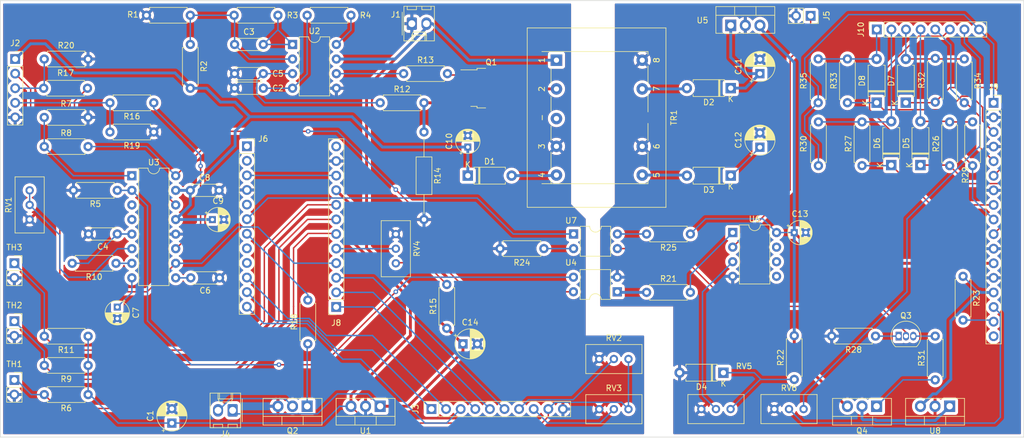
<source format=kicad_pcb>
(kicad_pcb (version 20211014) (generator pcbnew)
  (layers (0 "F.Cu" signal) (31 "B.Cu" signal) (34 "B.Paste" user) (35 "F.Paste" user) (36 "B.SilkS" user "B.Silkscreen") (37 "F.SilkS" user "F.Silkscreen") (38 "B.Mask" user) (39 "F.Mask" user) (44 "Edge.Cuts" user))
  (net 0 "")
  (net 1 "GND")
  (net 2 "Net-(C3-Pad1)")
  (net 3 "+5V")
  (net 4 "PWM_Out_B")
  (net 5 "PWM_Out_A")
  (net 6 "REF")
  (net 7 "Net-(C3-Pad2)")
  (net 8 "GND2")
  (net 9 "Net-(C6-Pad2)")
  (net 10 "VCC")
  (net 11 "+15V")
  (net 12 "+12V")
  (net 13 "Net-(C7-Pad1)")
  (net 14 "Net-(C4-Pad1)")
  (net 15 "Net-(C5-Pad1)")
  (net 16 "Net-(D1-Pad2)")
  (net 17 "Net-(D3-Pad2)")
  (net 18 "Net-(R4-Pad2)")
  (net 19 "Net-(C11-Pad1)")
  (net 20 "Net-(C12-Pad1)")
  (net 21 "Net-(D4-Pad1)")
  (net 22 "Net-(D5-Pad1)")
  (net 23 "2HO")
  (net 24 "Net-(D6-Pad1)")
  (net 25 "2LO")
  (net 26 "Net-(D7-Pad1)")
  (net 27 "1HO")
  (net 28 "Net-(D8-Pad1)")
  (net 29 "1LO")
  (net 30 "D7")
  (net 31 "D8")
  (net 32 "D9")
  (net 33 "D10")
  (net 34 "D11")
  (net 35 "D12")
  (net 36 "TX0")
  (net 37 "RX1")
  (net 38 "RST")
  (net 39 "D2")
  (net 40 "D3")
  (net 41 "D4")
  (net 42 "D5")
  (net 43 "D6")
  (net 44 "A0")
  (net 45 "A1")
  (net 46 "A2")
  (net 47 "A3")
  (net 48 "RAW")
  (net 49 "IFB")
  (net 50 "VS1")
  (net 51 "VS2")
  (net 52 "/SPWM/5v")
  (net 53 "Net-(Q2-Pad1)")
  (net 54 "Net-(Q3-Pad1)")
  (net 55 "Net-(Q3-Pad2)")
  (net 56 "Net-(Q3-Pad3)")
  (net 57 "Net-(Q4-Pad1)")
  (net 58 "Net-(Q4-Pad2)")
  (net 59 "NI")
  (net 60 "Net-(R7-Pad1)")
  (net 61 "Net-(R16-Pad1)")
  (net 62 "Net-(R17-Pad1)")
  (net 63 "Net-(R21-Pad1)")
  (net 64 "Net-(R21-Pad2)")
  (net 65 "Net-(R24-Pad1)")
  (net 66 "Net-(R25-Pad2)")
  (net 67 "Net-(RV1-Pad1)")
  (net 68 "Net-(RV5-Pad2)")
  (net 71 "Net-(D2-Pad2)")
  (net 72 "Net-(Q1-Pad1)")
  (net 73 "Net-(C2-Pad1)")
  (net 74 "Net-(J3-Pad7)")
  (net 75 "Net-(J3-Pad8)")
  (net 76 "Net-(J4-Pad2)")
  (net 77 "Net-(J5-Pad1)")
  (net 79 "Net-(J9-Pad16)")
  (net 80 "Net-(J9-Pad15)")
  (net 81 "Net-(J10-Pad7)")
  (net 82 "Net-(Q1-Pad2)")
  (net 83 "Net-(Q1-Pad3)")
  (net 84 "Net-(R10-Pad1)")
  (net 85 "Net-(R13-Pad1)")
  (net 86 "Net-(R15-Pad2)")
  (net 87 "D13")
  (footprint "Resistor_THT:R_Axial_DIN0207_L6.3mm_D2.5mm_P7.62mm_Horizontal" (layer "F.Cu") (at 223.32 43.28 90)
    (fp_text reference "R33")
    (fp_text value "4.7R")
  )
  (footprint "Package_DIP:DIP-4_W7.62mm" (layer "F.Cu") (at 175.695 66.14)
    (fp_text reference "U7")
    (fp_text value "EL817")
  )
  (footprint "Resistor_THT:R_Axial_DIN0207_L6.3mm_D2.5mm_P7.62mm_Horizontal" (layer "F.Cu") (at 241.1 54.245 90)
    (fp_text reference "R26")
    (fp_text value "4.7R")
  )
  (footprint "Capacitor_THT:C_Disc_D4.3mm_W1.9mm_P5.00mm" (layer "F.Cu") (at 96.345 66.14 180)
    (fp_text reference "C4")
    (fp_text value "10nF")
  )
  (footprint "Package_TO_SOT_SMD:TO-252-3_TabPin2" (layer "F.Cu") (at 161.385 40.74)
    (fp_text reference "Q1")
    (fp_text value "SSF6014D")
  )
  (footprint "Connector_PinSocket_2.54mm:PinSocket_1x02_P2.54mm_Vertical" (layer "F.Cu") (at 78.445 91.56)
    (fp_text reference "TH1")
    (fp_text value "NTC1")
  )
  (footprint "Resistor_THT:R_Axial_DIN0207_L6.3mm_D2.5mm_P15.24mm_Horizontal" (layer "F.Cu") (at 149.685 48.38 -90)
    (fp_text reference "R14")
    (fp_text value "0.05")
  )
  (footprint "Package_TO_SOT_THT:TO-92_Inline" (layer "F.Cu") (at 232.235 83.92)
    (fp_text reference "Q3")
    (fp_text value "S8050")
  )
  (footprint "Resistor_THT:R_Axial_DIN0207_L6.3mm_D2.5mm_P7.62mm_Horizontal" (layer "F.Cu") (at 196.015 66.14 180)
    (fp_text reference "R25")
    (fp_text value "10K")
  )
  (footprint "Resistor_THT:R_Axial_DIN0207_L6.3mm_D2.5mm_P7.62mm_Horizontal" (layer "F.Cu") (at 96.125 71.24 180)
    (fp_text reference "R10")
    (fp_text value "47R")
  )
  (footprint "Capacitor_THT:C_Disc_D4.3mm_W1.9mm_P5.00mm" (layer "F.Cu") (at 116.745 33.14)
    (fp_text reference "C3")
    (fp_text value "100pF")
  )
  (footprint "Resistor_THT:R_Axial_DIN0207_L6.3mm_D2.5mm_P7.62mm_Horizontal" (layer "F.Cu") (at 153.65 82.55 90)
    (fp_text reference "R15")
    (fp_text value "2K2")
  )
  (footprint "Connector_PinSocket_2.54mm:PinSocket_1x17_P2.54mm_Vertical" (layer "F.Cu") (at 248.745 43.3)
    (fp_text reference "J9")
    (fp_text value "SPWM Driver Board ")
  )
  (footprint "Connector_PinSocket_2.54mm:PinSocket_1x12_P2.54mm_Vertical" (layer "F.Cu") (at 118.8875 50.86)
    (fp_text reference "J6")
    (fp_text value "PRO_MINI_L")
  )
  (footprint "Resistor_THT:R_Axial_DIN0207_L6.3mm_D2.5mm_P7.62mm_Horizontal" (layer "F.Cu") (at 146.145 38.22)
    (fp_text reference "R13")
    (fp_text value "4R7")
  )
  (footprint "Resistor_THT:R_Axial_DIN0207_L6.3mm_D2.5mm_P7.62mm_Horizontal" (layer "F.Cu") (at 83.645 50.92)
    (fp_text reference "R8")
    (fp_text value "10K")
  )
  (footprint "Capacitor_THT:CP_Radial_D4.0mm_P2.00mm" (layer "F.Cu") (at 96.345 78.86 -90)
    (fp_text reference "C7")
    (fp_text value "1uF")
  )
  (footprint "Package_TO_SOT_THT:TO-220-3_Vertical" (layer "F.Cu") (at 241.1 96.13 180)
    (fp_text reference "U8")
    (fp_text value "LM7805_TO220")
  )
  (footprint "Connector_PinSocket_2.54mm:PinSocket_1x12_P2.54mm_Vertical" (layer "F.Cu") (at 134.42 78.84 180)
    (fp_text reference "J8")
    (fp_text value "PRO_MINI_R")
  )
  (footprint "Resistor_THT:R_Axial_DIN0207_L6.3mm_D2.5mm_P7.62mm_Horizontal" (layer "F.Cu") (at 91.275 94.1 180)
    (fp_text reference "R6")
    (fp_text value "10K")
  )
  (footprint "Diode_THT:D_A-405_P7.62mm_Horizontal" (layer "F.Cu") (at 157.305 55.98)
    (fp_text reference "D1")
    (fp_text value "D")
  )
  (footprint "Resistor_THT:R_Axial_DIN0207_L6.3mm_D2.5mm_P7.62mm_Horizontal" (layer "F.Cu") (at 101.425 28.06)
    (fp_text reference "R1")
    (fp_text value "2K2")
  )
  (footprint "Potentiometer_THT:Potentiometer_Bourns_3296W_Vertical" (layer "F.Cu") (at 185.245 87.905)
    (fp_text reference "RV2")
    (fp_text value "10K")
  )
  (footprint "Connector_Molex:Molex_KK-254_AE-6410-02A_1x02_P2.54mm_Vertical" (layer "F.Cu") (at 147.57 29.52)
    (fp_text reference "J1")
    (fp_text value "VCC")
  )
  (footprint "Capacitor_THT:CP_Radial_D4.0mm_P2.00mm" (layer "F.Cu") (at 112.886349 63.627754)
    (fp_text reference "C9")
    (fp_text value "470uF")
  )
  (footprint "Capacitor_THT:C_Disc_D4.3mm_W1.9mm_P5.00mm" (layer "F.Cu") (at 121.745 40.76 180)
    (fp_text reference "C2")
    (fp_text value "1nF")
  )
  (footprint "Library:Transformer_BlyBack_custom_01" (layer "F.Cu") (at 167.64 35.88 -90)
    (fp_text reference "TR1")
    (fp_text value "TRFLYBACK")
  )
  (footprint "Capacitor_THT:C_Disc_D4.3mm_W1.9mm_P5.00mm" (layer "F.Cu") (at 121.745 38.22 180)
    (fp_text reference "C5")
    (fp_text value "330pF")
  )
  (footprint "Resistor_THT:R_Axial_DIN0207_L6.3mm_D2.5mm_P7.62mm_Horizontal" (layer "F.Cu") (at 228.205 83.92 180)
    (fp_text reference "R28")
    (fp_text value "10K")
  )
  (footprint "Resistor_THT:R_Axial_DIN0207_L6.3mm_D2.5mm_P7.62mm_Horizontal" (layer "F.Cu") (at 238.6 43.18 90)
    (fp_text reference "R32")
    (fp_text value "4.7R")
  )
  (footprint "Capacitor_THT:CP_Radial_D5.0mm_P2.50mm" (layer "F.Cu") (at 208.105 51.04 90)
    (fp_text reference "C12")
    (fp_text value "10uF")
  )
  (footprint "Capacitor_THT:C_Disc_D4.3mm_W1.9mm_P5.00mm" (layer "F.Cu") (at 114.125 73.78 180)
    (fp_text reference "C6")
    (fp_text value "100nF")
  )
  (footprint "Package_TO_SOT_THT:TO-220-3_Vertical" (layer "F.Cu") (at 203.025 29.82)
    (fp_text reference "U5")
    (fp_text value "L7812")
  )
  (footprint "Resistor_THT:R_Axial_DIN0207_L6.3mm_D2.5mm_P7.62mm_Horizontal" (layer "F.Cu") (at 91.165 40.76 180)
    (fp_text reference "R17")
    (fp_text value "10R")
  )
  (footprint "Resistor_THT:R_Axial_DIN0207_L6.3mm_D2.5mm_P7.62mm_Horizontal" (layer "F.Cu") (at 188.395 76.3)
    (fp_text reference "R21")
    (fp_text value "10K")
  )
  (footprint "Potentiometer_THT:Potentiometer_Bourns_3296W_Vertical" (layer "F.Cu") (at 203 96.62)
    (fp_text reference "RV5")
    (fp_text value "10K")
  )
  (footprint "Connector_PinSocket_2.54mm:PinSocket_1x08_P2.54mm_Vertical" (layer "F.Cu") (at 228.43 30.53 90)
    (fp_text reference "J10")
    (fp_text value "To IGBTs")
  )
  (footprint "Diode_THT:D_A-405_P7.62mm_Horizontal" (layer "F.Cu") (at 233.48 43.28 90)
    (fp_text reference "D7")
    (fp_text value "IN4148" hide)
  )
  (footprint "Connector_PinSocket_2.54mm:PinSocket_1x02_P2.54mm_Vertical" (layer "F.Cu") (at 78.445 81.33)
    (fp_text reference "TH2")
    (fp_text value "NTC2")
  )
  (footprint "Resistor_THT:R_Axial_DIN0207_L6.3mm_D2.5mm_P7.62mm_Horizontal" (layer "F.Cu") (at 170.535 68.68 180)
    (fp_text reference "R24")
    (fp_text value "10K")
  )
  (footprint "Resistor_THT:R_Axial_DIN0207_L6.3mm_D2.5mm_P7.62mm_Horizontal" (layer "F.Cu") (at 96.345 58.54 180)
    (fp_text reference "R5")
    (fp_text value "10K")
  )
  (footprint "Package_DIP:DIP-8_W7.62mm" (layer "F.Cu") (at 203.375 65.89)
    (fp_text reference "U6")
    (fp_text value "LM358")
  )
  (footprint "Potentiometer_THT:Potentiometer_Bourns_3296W_Vertical" (layer "F.Cu") (at 185.245 96.64)
    (fp_text reference "RV3")
    (fp_text value "10K")
  )
  (footprint "Resistor_THT:R_Axial_DIN0207_L6.3mm_D2.5mm_P7.62mm_Horizontal" (layer "F.Cu") (at 218.24 35.66 -90)
    (fp_text reference "R35")
    (fp_text value "10K")
  )
  (footprint "Resistor_THT:R_Axial_DIN0207_L6.3mm_D2.5mm_P7.62mm_Horizontal" (layer "F.Cu") (at 142.065 43.3)
    (fp_text reference "R12")
    (fp_text value "1K")
  )
  (footprint "Resistor_THT:R_Axial_DIN0207_L6.3mm_D2.5mm_P7.62mm_Horizontal" (layer "F.Cu") (at 129.365 28.06)
    (fp_text reference "R4")
    (fp_text value "9K3")
  )
  (footprint "Diode_THT:D_A-405_P7.62mm_Horizontal" (layer "F.Cu") (at 228.4 43.28 90)
    (fp_text reference "D8")
    (fp_text value "IN4148" hide)
  )
  (footprint "Diode_THT:D_A-405_P7.62mm_Horizontal" (layer "F.Cu") (at 201.755 90.29 180)
    (fp_text reference "D4")
    (fp_text value "4.7v")
  )
  (footprint "Capacitor_THT:CP_Radial_D5.0mm_P2.50mm" (layer "F.Cu") (at 156.46279 85.2725)
    (fp_text reference "C14")
    (fp_text value "250nF")
  )
  (footprint "Resistor_THT:R_Axial_DIN0207_L6.3mm_D2.5mm_P7.62mm_Horizontal" (layer "F.Cu") (at 109.045 33.14 -90)
    (fp_text reference "R2")
    (fp_text value "12K4")
  )
  (footprint "Resistor_THT:R_Axial_DIN0207_L6.3mm_D2.5mm_P7.62mm_Horizontal" (layer "F.Cu") (at 238.585 91.54 90)
    (fp_text reference "R31")
    (fp_text value "800R")
  )
  (footprint "Package_DIP:DIP-16_W7.62mm" (layer "F.Cu") (at 98.885 56)
    (fp_text reference "U3")
    (fp_text value "SG3525")
  )
  (footprint "Resistor_THT:R_Axial_DIN0207_L6.3mm_D2.5mm_P7.62mm_Horizontal" (layer "F.Cu") (at 243.43 73.51 -90)
    (fp_text reference "R23")
    (fp_text value "10K")
  )
  (footprint "Package_DIP:DIP-4_W7.62mm" (layer "F.Cu") (at 183.295 76.2 180)
    (fp_text reference "U4")
    (fp_text value "EL817")
  )
  (footprint "Resistor_THT:R_Axial_DIN0207_L6.3mm_D2.5mm_P7.62mm_Horizontal" (layer "F.Cu") (at 214.075946 91.463707 90)
    (fp_text reference "R22")
    (fp_text value "10K")
  )
  (footprint "Resistor_THT:R_Axial_DIN0207_L6.3mm_D2.5mm_P7.62mm_Horizontal" (layer "F.Cu") (at 91.275 83.94 180)
    (fp_text reference "R11")
    (fp_text value "10K")
  )
  (footprint "Resistor_THT:R_Axial_DIN0207_L6.3mm_D2.5mm_P7.62mm_Horizontal" (layer "F.Cu") (at 83.645 35.68)
    (fp_text reference "R20")
    (fp_text value "10K")
  )
  (footprint "Connector_PinSocket_2.54mm:PinSocket_1x02_P2.54mm_Vertical" (layer "F.Cu") (at 78.445 71.24)
    (fp_text reference "TH3")
    (fp_text value "NTC3")
  )
  (footprint "Connector_PinSocket_2.54mm:PinSocket_1x05_P2.54mm_Vertical" (layer "F.Cu") (at 78.59 35.68)
    (fp_text reference "J2")
    (fp_text value "PWM")
  )
  (footprint "Package_TO_SOT_THT:TO-220-3_Vertical" (layer "F.Cu") (at 142.065 96.13 180)
    (fp_text reference "U1")
    (fp_text value "L7805")
  )
  (footprint "Capacitor_THT:CP_Radial_D4.0mm_P2.00mm" (layer "F.Cu") (at 214.075 65.89)
    (fp_text reference "C13")
    (fp_text value "470uF")
  )
  (footprint "Connector_Molex:Molex_KK-254_AE-6410-02A_1x02_P2.54mm_Vertical" (layer "F.Cu") (at 116.409966 96.84 180)
    (fp_text reference "J4")
    (fp_text value "MainFan")
  )
  (footprint "Resistor_THT:R_Axial_DIN0207_L6.3mm_D2.5mm_P7.62mm_Horizontal" (layer "F.Cu") (at 102.695 48.38 180)
    (fp_text reference "R19")
    (fp_text value "10K")
  )
  (footprint "Potentiometer_THT:Potentiometer_Bourns_3296W_Vertical" (layer "F.Cu") (at 144.79 71.24 -90)
    (fp_text reference "RV4")
    (fp_text value "10K")
  )
  (footprint "Capacitor_THT:C_Disc_D4.3mm_W1.9mm_P5.00mm" (layer "F.Cu") (at 109.045 58.54)
    (fp_text reference "C8")
    (fp_text value "100nF")
  )
  (footprint "Resistor_THT:R_Axial_DIN0207_L6.3mm_D2.5mm_P7.62mm_Horizontal" (layer "F.Cu") (at 243.64 35.66 -90)
    (fp_text reference "R34")
    (fp_text value "10K")
  )
  (footprint "Capacitor_THT:CP_Radial_D5.0mm_P2.50mm" (layer "F.Cu") (at 208.105 38.22 90)
    (fp_text reference "C11")
    (fp_text value "10uF")
  )
  (footprint "Connector_PinSocket_2.54mm:PinSocket_1x10_P2.54mm_Vertical" (layer "F.Cu") (at 150.985 96.615 90)
    (fp_text reference "J3")
    (fp_text value "LCD 16x2")
  )
  (footprint "Package_TO_SOT_THT:TO-220-3_Vertical" (layer "F.Cu") (at 129.365 96.13 180)
    (fp_text reference "Q2")
    (fp_text value "TIP120")
  )
  (footprint "Potentiometer_THT:Potentiometer_Bourns_3296W_Vertical" (layer "F.Cu") (at 81.105 58.54 90)
    (fp_text reference "RV1")
    (fp_text value "10K")
  )
  (footprint "Resistor_THT:R_Axial_DIN0207_L6.3mm_D2.5mm_P7.62mm_Horizontal" (layer "F.Cu") (at 116.665 28.06)
    (fp_text reference "R3")
    (fp_text value "100K")
  )
  (footprint "Potentiometer_THT:Potentiometer_Bourns_3296W_Vertical" (layer "F.Cu") (at 215.7 96.62)
    (fp_text reference "RV6")
    (fp_text value "10K")
  )
  (footprint "Resistor_THT:R_Axial_DIN0207_L6.3mm_D2.5mm_P7.62mm_Horizontal" (layer "F.Cu") (at 102.695 43.3 180)
    (fp_text reference "R16")
    (fp_text value "10R")
  )
  (footprint "Diode_THT:D_A-405_P7.62mm_Horizontal" (layer "F.Cu") (at 236.02 54.145 90)
    (fp_text reference "D5")
    (fp_text value "IN4148" hide)
  )
  (footprint "Resistor_THT:R_Axial_DIN0207_L6.3mm_D2.5mm_P7.62mm_Horizontal" (layer "F.Cu") (at 225.86 54.245 90)
    (fp_text reference "R27")
    (fp_text value "4.7R")
  )
  (footprint "Package_DIP:DIP-8_W7.62mm" (layer "F.Cu") (at 126.825 33.14)
    (fp_text reference "U2")
    (fp_text value "UC3845")
  )
  (footprint "Capacitor_THT:CP_Radial_D4.0mm_P2.00mm" (layer "F.Cu") (at 157.305 51.002554 90)
    (fp_text reference "C10")
    (fp_text value "470uF")
  )
  (footprint "Connector_PinSocket_2.54mm:PinSocket_1x02_P2.54mm_Vertical" (layer "F.Cu") (at 216.926965 28.1525 -90)
    (fp_text reference "J5")
    (fp_text value "380VFreed")
  )
  (footprint "Resistor_THT:R_Axial_DIN0207_L6.3mm_D2.5mm_P7.62mm_Horizontal" (layer "F.Cu") (at 83.645 45.84)
    (fp_text reference "R7")
    (fp_text value "10K")
  )
  (footprint "Resistor_THT:R_Axial_DIN0207_L6.3mm_D2.5mm_P7.62mm_Horizontal" (layer "F.Cu") (at 91.275 89.02 180)
    (fp_text reference "R9")
    (fp_text value "10K")
  )
  (footprint "Package_TO_SOT_THT:TO-220-3_Vertical" (layer "F.Cu") (at 228.4 96.13 180)
    (fp_text reference "Q4")
    (fp_text value "TIP125")
  )
  (footprint "Resistor_THT:R_Axial_DIN0207_L6.3mm_D2.5mm_P7.62mm_Horizontal" (layer "F.Cu") (at 245.09 46.625 -90)
    (fp_text reference "R29")
    (fp_text value "10K")
  )
  (footprint "Resistor_THT:R_Axial_DIN0207_L6.3mm_D2.5mm_P7.62mm_Horizontal" (layer "F.Cu") (at 218.28 46.625 -90)
    (fp_text reference "R30")
    (fp_text value "10K")
  )
  (footprint "Capacitor_THT:CP_Radial_D5.0mm_P2.50mm" (layer "F.Cu") (at 105.8425 99.06 90)
    (fp_text reference "C1")
    (fp_text value "250nF")
  )
  (footprint "Diode_THT:D_A-405_P7.62mm_Horizontal" (layer "F.Cu") (at 203.025 55.98 180)
    (fp_text reference "D3")
    (fp_text value "D")
  )
  (footprint "Diode_THT:D_A-405_P7.62mm_Horizontal" (layer "F.Cu") (at 230.94 54.145 90)
    (fp_text reference "D6")
    (fp_text value "IN4148" hide)
  )
  (footprint "Resistor_THT:R_Axial_DIN0207_L6.3mm_D2.5mm_P7.62mm_Horizontal" (layer "F.Cu") (at 129.485 85.26 90)
    (fp_text reference "R18")
    (fp_text value "10K")
  )
  (footprint "Diode_THT:D_A-405_P7.62mm_Horizontal" (layer "F.Cu") (at 203.025 40.74 180)
    (fp_text reference "D2")
    (fp_text value "D")
  )
  (gr_rect (start 254 101.5) (end 76 25.5) (layer "Edge.Cuts") (width 0.1) (fill none))
  (segment (start 180.14 96.615) (end 180.165 96.64) (width 0.25) (layer "B.Cu") (net 1))
  (segment (start 119.285 35.68) (end 116.745 33.14) (width 0.25) (layer "B.Cu") (net 2))
  (segment (start 116.745 33.14) (end 116.745 28.14) (width 0.25) (layer "B.Cu") (net 2))
  (segment (start 116.745 28.14) (end 116.665 28.06) (width 0.25) (layer "B.Cu") (net 2))
  (segment (start 126.825 35.68) (end 119.285 35.68) (width 0.25) (layer "B.Cu") (net 2))
  (segment (start 109.045 33.14) (end 109.045 28.06) (width 0.25) (layer "B.Cu") (net 2))
  (segment (start 109.045 28.06) (end 116.665 28.06) (width 0.25) (layer "B.Cu") (net 2))
  (segment (start 137.16 67.377918) (end 147.32 77.537918) (width 0.5) (layer "F.Cu") (net 3))
  (segment (start 170.18 99.06) (end 171.305 97.935) (width 0.25) (layer "F.Cu") (net 3))
  (segment (start 136.985 94.155) (end 136.985 96.13) (width 0.5) (layer "F.Cu") (net 3))
  (segment (start 147.32 83.82) (end 136.985 94.155) (width 0.5) (layer "F.Cu") (net 3))
  (segment (start 171.305 97.935) (end 171.305 96.615) (width 0.25) (layer "F.Cu") (net 3))
  (segment (start 134.42 58.52) (end 137.16 61.26) (width 0.5) (layer "F.Cu") (net 3))
  (segment (start 136.985 96.13) (end 139.915 99.06) (width 0.25) (layer "F.Cu") (net 3))
  (segment (start 139.915 99.06) (end 170.18 99.06) (width 0.25) (layer "F.Cu") (net 3))
  (segment (start 137.16 61.26) (end 137.16 67.377918) (width 0.5) (layer "F.Cu") (net 3))
  (segment (start 147.32 77.537918) (end 147.32 83.82) (width 0.5) (layer "F.Cu") (net 3))
  (segment (start 185.245 96.64) (end 184.045 95.44) (width 0.25) (layer "B.Cu") (net 3))
  (segment (start 185.245 87.905) (end 185.245 96.64) (width 0.25) (layer "B.Cu") (net 3))
  (segment (start 96.52 99.06) (end 105.8425 99.06) (width 0.25) (layer "B.Cu") (net 3))
  (segment (start 91.275 89.02) (end 91.275 83.94) (width 0.25) (layer "B.Cu") (net 3))
  (segment (start 91.44 93.98) (end 96.52 99.06) (width 0.25) (layer "B.Cu") (net 3))
  (segment (start 91.275 94.1) (end 91.275 89.02) (width 0.25) (layer "B.Cu") (net 3))
  (segment (start 172.48 95.44) (end 171.305 96.615) (width 0.25) (layer "B.Cu") (net 3))
  (segment (start 135.01 96.13) (end 136.985 96.13) (width 0.25) (layer "B.Cu") (net 3))
  (segment (start 105.8425 99.06) (end 132.08 99.06) (width 0.25) (layer "B.Cu") (net 3))
  (segment (start 184.045 95.44) (end 172.48 95.44) (width 0.25) (layer "B.Cu") (net 3))
  (segment (start 135.01 96.13) (end 132.08 99.06) (width 0.25) (layer "B.Cu") (net 3))
  (segment (start 83.545 40.76) (end 78.59 40.76) (width 0.25) (layer "B.Cu") (net 4))
  (segment (start 83.645 35.68) (end 83.645 40.66) (width 0.25) (layer "B.Cu") (net 4))
  (segment (start 83.645 40.66) (end 83.545 40.76) (width 0.25) (layer "B.Cu") (net 4))
  (segment (start 95.075 43.3) (end 95.075 48.38) (width 0.25) (layer "B.Cu") (net 5))
  (segment (start 78.59 43.3) (end 95.075 43.3) (width 0.25) (layer "B.Cu") (net 5))
  (segment (start 157.48 76.2) (end 175.675 76.2) (width 0.25) (layer "F.Cu") (net 6))
  (segment (start 144.78 58.42) (end 147.32 60.96) (width 0.25) (layer "F.Cu") (net 6))
  (segment (start 152.4 63.5) (end 152.4 71.12) (width 0.25) (layer "F.Cu") (net 6))
  (segment (start 152.4 71.12) (end 157.48 76.2) (width 0.25) (layer "F.Cu") (net 6))
  (segment (start 147.32 60.96) (end 149.86 60.96) (width 0.25) (layer "F.Cu") (net 6))
  (segment (start 129.54 48.26) (end 114.245 48.26) (width 0.25) (layer "F.Cu") (net 6))
  (segment (start 149.86 60.96) (end 152.4 63.5) (width 0.25) (layer "F.Cu") (net 6))
  (segment (start 114.245 48.26) (end 106.505 56) (width 0.25) (layer "F.Cu") (net 6))
  (via (at 129.54 48.26) (size 0.8) (drill 0.4) (layers "F.Cu" "B.Cu") (net 6))
  (via (at 144.78 58.42) (size 0.8) (drill 0.4) (layers "F.Cu" "B.Cu") (net 6))
  (segment (start 134.62 48.26) (end 142.24 55.88) (width 0.25) (layer "B.Cu") (net 6))
  (segment (start 91.265 50.92) (end 101.425 50.92) (width 0.25) (layer "B.Cu") (net 6))
  (segment (start 129.54 48.26) (end 134.62 48.26) (width 0.25) (layer "B.Cu") (net 6))
  (segment (start 142.24 55.88) (end 144.78 58.42) (width 0.25) (layer "B.Cu") (net 6))
  (segment (start 101.425 50.92) (end 106.505 56) (width 0.25) (layer "B.Cu") (net 6))
  (segment (start 124.285 30.6) (end 126.825 33.14) (width 0.25) (layer "B.Cu") (net 7))
  (segment (start 124.285 28.06) (end 124.285 30.6) (width 0.25) (layer "B.Cu") (net 7))
  (segment (start 124.285 30.6) (end 121.745 33.14) (width 0.25) (layer "B.Cu") (net 7))
  (segment (start 121.745 33.14) (end 126.825 33.14) (width 0.25) (layer "B.Cu") (net 7))
  (segment (start 208.005 35.82) (end 208.105 35.72) (width 0.25) (layer "B.Cu") (net 8))
  (segment (start 106.505 73.78) (end 109.125 73.78) (width 0.25) (layer "B.Cu") (net 9))
  (segment (start 156.3925 85.2725) (end 156.46279 85.2725) (width 0.5) (layer "F.Cu") (net 10))
  (segment (start 150.11 29.52) (end 150.11 30.23) (width 0.5) (layer "F.Cu") (net 10))
  (segment (start 139.7 40.64) (end 139.7 68.58) (width 0.5) (layer "F.Cu") (net 10))
  (segment (start 150.11 30.23) (end 139.7 40.64) (width 0.5) (layer "F.Cu") (net 10))
  (segment (start 139.7 68.58) (end 156.3925 85.2725) (width 0.5) (layer "F.Cu") (net 10))
  (segment (start 146.93 96.13) (end 142.065 96.13) (width 0.5) (layer "F.Cu") (net 10))
  (segment (start 156.46279 85.2725) (end 156.46279 86.59721) (width 0.5) (layer "F.Cu") (net 10))
  (segment (start 156.46279 86.59721) (end 146.93 96.13) (width 0.5) (layer "F.Cu") (net 10))
  (segment (start 134.62 93.98) (end 139.915 93.98) (width 0.25) (layer "B.Cu") (net 10))
  (segment (start 150.11 30.23) (end 150.11 29.52) (width 0.5) (layer "B.Cu") (net 10))
  (segment (start 151.145 29.52) (end 150.11 29.52) (width 0.5) (layer "B.Cu") (net 10))
  (segment (start 116.409966 96.84) (end 117.024966 97.455) (width 0.25) (layer "B.Cu") (net 10))
  (segment (start 139.915 93.98) (end 142.065 96.13) (width 0.25) (layer "B.Cu") (net 10))
  (segment (start 144.66 35.68) (end 150.11 30.23) (width 0.5) (layer "B.Cu") (net 10))
  (segment (start 157.505 35.88) (end 151.145 29.52) (width 0.5) (layer "B.Cu") (net 10))
  (segment (start 131.145 97.455) (end 134.62 93.98) (width 0.25) (layer "B.Cu") (net 10))
  (segment (start 134.445 35.68) (end 144.66 35.68) (width 0.5) (layer "B.Cu") (net 10))
  (segment (start 117.024966 97.455) (end 131.145 97.455) (width 0.25) (layer "B.Cu") (net 10))
  (segment (start 172.72 35.88) (end 157.505 35.88) (width 0.5) (layer "B.Cu") (net 10))
  (segment (start 119.38 45.72) (end 116.84 48.26) (width 0.5) (layer "B.Cu") (net 11))
  (segment (start 116.84 50.8) (end 109.1 58.54) (width 0.5) (layer "B.Cu") (net 11))
  (segment (start 111.88 40.76) (end 109.045 40.76) (width 0.5) (layer "B.Cu") (net 11))
  (segment (start 81.28 33.02) (end 78.74 35.56) (width 0.5) (layer "B.Cu") (net 11))
  (segment (start 114.3 43.18) (end 111.88 40.76) (width 0.5) (layer "B.Cu") (net 11))
  (segment (start 112.878595 63.62) (end 112.886349 63.627754) (width 0.5) (layer "B.Cu") (net 11))
  (segment (start 116.84 48.26) (end 116.84 50.8) (width 0.5) (layer "B.Cu") (net 11))
  (segment (start 157.305 55.98) (end 157.305 51.002554) (width 0.5) (layer "B.Cu") (net 11))
  (segment (start 106.385 38.1) (end 88.9 38.1) (width 0.5) (layer "B.Cu") (net 11))
  (segment (start 116.84 43.18) (end 114.3 43.18) (width 0.5) (layer "B.Cu") (net 11))
  (segment (start 137.16 45.72) (end 119.38 45.72) (width 0.5) (layer "B.Cu") (net 11))
  (segment (start 86.36 35.56) (end 83.82 33.02) (width 0.5) (layer "B.Cu") (net 11))
  (segment (start 109.1 58.54) (end 109.045 58.54) (width 0.5) (layer "B.Cu") (net 11))
  (segment (start 142.442554 51.002554) (end 137.16 45.72) (width 0.5) (layer "B.Cu") (net 11))
  (segment (start 106.505 63.62) (end 112.878595 63.62) (width 0.5) (layer "B.Cu") (net 11))
  (segment (start 109.045 61.08) (end 106.505 63.62) (width 0.5) (layer "B.Cu") (net 11))
  (segment (start 88.9 38.1) (end 86.36 35.56) (width 0.5) (layer "B.Cu") (net 11))
  (segment (start 119.38 45.72) (end 116.84 43.18) (width 0.5) (layer "B.Cu") (net 11))
  (segment (start 83.82 33.02) (end 81.28 33.02) (width 0.5) (layer "B.Cu") (net 11))
  (segment (start 157.305 51.002554) (end 142.442554 51.002554) (width 0.5) (layer "B.Cu") (net 11))
  (segment (start 109.045 58.54) (end 106.505 58.54) (width 0.5) (layer "B.Cu") (net 11))
  (segment (start 109.045 58.54) (end 109.045 61.08) (width 0.5) (layer "B.Cu") (net 11))
  (segment (start 109.045 40.76) (end 106.385 38.1) (width 0.5) (layer "B.Cu") (net 11))
  (segment (start 223.32 96.13) (end 223.13 96.13) (width 0.5) (layer "F.Cu") (net 12))
  (segment (start 214.075946 87.075946) (end 214.075946 83.843707) (width 0.5) (layer "F.Cu") (net 12))
  (segment (start 248.745 71.24) (end 219.425 71.24) (width 0.5) (layer "F.Cu") (net 12))
  (segment (start 223.13 96.13) (end 214.075946 87.075946) (width 0.5) (layer "F.Cu") (net 12))
  (segment (start 219.425 71.24) (end 214.075 65.89) (width 0.5) (layer "F.Cu") (net 12))
  (segment (start 210.995 65.89) (end 208.605 63.5) (width 0.25) (layer "B.Cu") (net 12))
  (segment (start 198.655 63.5) (end 196.015 66.14) (width 0.25) (layer "B.Cu") (net 12))
  (segment (start 208.605 63.5) (end 198.655 63.5) (width 0.25) (layer "B.Cu") (net 12))
  (segment (start 208.105 30.305) (end 208.105 29.82) (width 0.5) (layer "B.Cu") (net 12))
  (segment (start 214.075 65.89) (end 210.995 65.89) (width 0.25) (layer "B.Cu") (net 12))
  (segment (start 214.075946 65.890946) (end 214.075 65.89) (width 0.5) (layer "B.Cu") (net 12))
  (segment (start 214.075 36.275) (end 214.075 65.89) (width 0.5) (layer "B.Cu") (net 12))
  (segment (start 214.075946 83.843707) (end 214.075946 65.890946) (width 0.5) (layer "B.Cu") (net 12))
  (segment (start 214.075 36.275) (end 208.105 30.305) (width 0.5) (layer "B.Cu") (net 12))
  (segment (start 98.885 73.78) (end 98.885 76.32) (width 0.25) (layer "B.Cu") (net 13))
  (segment (start 98.885 76.32) (end 96.345 78.86) (width 0.25) (layer "B.Cu") (net 13))
  (segment (start 91.44 71.045) (end 91.44 71.12) (width 0.25) (layer "B.Cu") (net 14))
  (segment (start 96.345 66.14) (end 98.865 66.14) (width 0.25) (layer "B.Cu") (net 14))
  (segment (start 91.32 71.24) (end 88.505 71.24) (width 0.25) (layer "B.Cu") (net 14))
  (segment (start 98.865 66.14) (end 98.885 66.16) (width 0.25) (layer "B.Cu") (net 14))
  (segment (start 96.345 66.14) (end 91.44 71.045) (width 0.25) (layer "B.Cu") (net 14))
  (segment (start 91.44 71.12) (end 91.32 71.24) (width 0.25) (layer "B.Cu") (net 14))
  (segment (start 120.62 41.88) (end 122.04 43.3) (width 0.25) (layer "B.Cu") (net 15))
  (segment (start 121.745 38.22) (end 120.62 39.345) (width 0.25) (layer "B.Cu") (net 15))
  (segment (start 120.62 39.345) (end 120.62 41.88) (width 0.25) (layer "B.Cu") (net 15))
  (segment (start 121.745 38.22) (end 126.825 38.22) (width 0.25) (layer "B.Cu") (net 15))
  (segment (start 122.04 43.3) (end 142.065 43.3) (width 0.25) (layer "B.Cu") (net 15))
  (segment (start 164.925 55.98) (end 172.62 55.98) (width 0.5) (layer "B.Cu") (net 16))
  (segment (start 172.62 55.98) (end 172.72 55.88) (width 0.5) (layer "B.Cu") (net 16))
  (segment (start 187.64 55.88) (end 195.305 55.88) (width 0.5) (layer "B.Cu") (net 17))
  (segment (start 195.305 55.88) (end 195.405 55.98) (width 0.5) (layer "B.Cu") (net 17))
  (segment (start 136.985 30.655) (end 134.62 33.02) (width 0.25) (layer "B.Cu") (net 18))
  (segment (start 136.985 28.06) (end 136.985 30.655) (width 0.25) (layer "B.Cu") (net 18))
  (segment (start 203.025 35.385) (end 205.86 38.22) (width 0.5) (layer "B.Cu") (net 19))
  (segment (start 205.585 40.74) (end 208.105 38.22) (width 0.5) (layer "B.Cu") (net 19))
  (segment (start 203.025 35.385) (end 203.025 29.82) (width 0.5) (layer "B.Cu") (net 19))
  (segment (start 205.86 38.22) (end 208.105 38.22) (width 0.5) (layer "B.Cu") (net 19))
  (segment (start 203.025 40.74) (end 205.585 40.74) (width 0.5) (layer "B.Cu") (net 19))
  (segment (start 203.025 55.98) (end 203.165 55.98) (width 0.25) (layer "B.Cu") (net 20))
  (segment (start 203.165 55.98) (end 208.105 51.04) (width 0.25) (layer "B.Cu") (net 20))
  (segment (start 207.13 90.29) (end 208.303707 91.463707) (width 0.25) (layer "B.Cu") (net 21))
  (segment (start 203 96.62) (end 208.18 91.44) (width 0.25) (layer "B.Cu") (net 21))
  (segment (start 201.755 90.29) (end 207.13 90.29) (width 0.25) (layer "B.Cu") (net 21))
  (segment (start 208.303707 91.463707) (end 214.075946 91.463707) (width 0.25) (layer "B.Cu") (net 21))
  (segment (start 236.02 54.145) (end 241 54.145) (width 0.25) (layer "F.Cu") (net 22))
  (segment (start 241 54.145) (end 241.1 54.245) (width 0.25) (layer "F.Cu") (net 22))
  (segment (start 241.1 54.245) (end 244.22 57.365) (width 0.25) (layer "F.Cu") (net 22))
  (segment (start 251.405 63.5) (end 248.745 66.16) (width 0.25) (layer "F.Cu") (net 22))
  (segment (start 251.46 58.42) (end 251.46 63.5) (width 0.25) (layer "F.Cu") (net 22))
  (segment (start 251.46 63.5) (end 251.405 63.5) (width 0.25) (layer "F.Cu") (net 22))
  (segment (start 250.405 57.365) (end 251.46 58.42) (width 0.25) (layer "F.Cu") (net 22))
  (segment (start 244.22 57.365) (end 250.405 57.365) (width 0.25) (layer "F.Cu") (net 22))
  (segment (start 241 46.525) (end 241.1 46.625) (width 0.25) (layer "F.Cu") (net 23))
  (segment (start 236.02 46.525) (end 241 46.525) (width 0.25) (layer "F.Cu") (net 23))
  (segment (start 241.1 46.625) (end 245.09 46.625) (width 0.25) (layer "F.Cu") (net 23))
  (segment (start 236.02 46.525) (end 236.02 30.56) (width 0.25) (layer "B.Cu") (net 23))
  (segment (start 236.02 30.56) (end 236.05 30.53) (width 0.25) (layer "B.Cu") (net 23))
  (segment (start 230.94 54.145) (end 237.875 61.08) (width 0.25) (layer "F.Cu") (net 24))
  (segment (start 237.875 61.08) (end 248.745 61.08) (width 0.25) (layer "F.Cu") (net 24))
  (segment (start 230.84 54.245) (end 230.94 54.145) (width 0.25) (layer "B.Cu") (net 24))
  (segment (start 225.86 54.245) (end 230.84 54.245) (width 0.25) (layer "B.Cu") (net 24))
  (segment (start 225.86 46.625) (end 230.84 46.625) (width 0.25) (layer "B.Cu") (net 25))
  (segment (start 230.97 30.53) (end 230.97 46.495) (width 0.25) (layer "B.Cu") (net 25))
  (segment (start 218.28 46.625) (end 225.86 46.625) (width 0.25) (layer "B.Cu") (net 25))
  (segment (start 230.97 46.495) (end 230.94 46.525) (width 0.25) (layer "B.Cu") (net 25))
  (segment (start 230.84 46.625) (end 230.94 46.525) (width 0.25) (layer "B.Cu") (net 25))
  (segment (start 238.5 43.28) (end 238.6 43.18) (width 0.25) (layer "F.Cu") (net 26))
  (segment (start 251.46 43.18) (end 248.92 40.64) (width 0.25) (layer "F.Cu") (net 26))
  (segment (start 241.14 40.64) (end 238.6 43.18) (width 0.25) (layer "F.Cu") (net 26))
  (segment (start 233.48 43.28) (end 238.5 43.28) (width 0.25) (layer "F.Cu") (net 26))
  (segment (start 248.92 40.64) (end 241.14 40.64) (width 0.25) (layer "F.Cu") (net 26))
  (segment (start 251.46 53.285) (end 251.46 43.18) (width 0.25) (layer "F.Cu") (net 26))
  (segment (start 248.745 56) (end 251.46 53.285) (width 0.25) (layer "F.Cu") (net 26))
  (segment (start 238.76 35.56) (end 238.86 35.66) (width 0.25) (layer "F.Cu") (net 27))
  (segment (start 238.86 35.66) (end 243.64 35.66) (width 0.25) (layer "F.Cu") (net 27))
  (segment (start 238.66 35.66) (end 238.76 35.56) (width 0.25) (layer "F.Cu") (net 27))
  (segment (start 233.48 35.66) (end 238.66 35.66) (width 0.25) (layer "F.Cu") (net 27))
  (segment (start 233.48 35.66) (end 233.48 30.56) (width 0.25) (layer "B.Cu") (net 27))
  (segment (start 233.48 30.56) (end 233.51 30.53) (width 0.25) (layer "B.Cu") (net 27))
  (segment (start 244.905 42.155) (end 246.83 44.08) (width 0.25) (layer "F.Cu") (net 28))
  (segment (start 228.4 43.28) (end 229.625 44.505) (width 0.25) (layer "F.Cu") (net 28))
  (segment (start 240.824009 44.505) (end 243.174009 42.155) (width 0.25) (layer "F.Cu") (net 28))
  (segment (start 248.745 48.38) (end 246.83 46.465) (width 0.25) (layer "F.Cu") (net 28))
  (segment (start 246.83 46.465) (end 246.83 44.08) (width 0.25) (layer "F.Cu") (net 28))
  (segment (start 229.625 44.505) (end 240.824009 44.505) (width 0.25) (layer "F.Cu") (net 28))
  (segment (start 243.174009 42.155) (end 244.905 42.155) (width 0.25) (layer "F.Cu") (net 28))
  (segment (start 223.32 43.28) (end 228.4 43.28) (width 0.25) (layer "B.Cu") (net 28))
  (segment (start 228.4 35.66) (end 228.4 30.56) (width 0.25) (layer "B.Cu") (net 29))
  (segment (start 228.4 30.56) (end 228.43 30.53) (width 0.25) (layer "B.Cu") (net 29))
  (segment (start 228.4 35.66) (end 218.24 35.66) (width 0.25) (layer "B.Cu") (net 29))
  (segment (start 125.9975 80.83) (end 118.8875 73.72) (width 0.25) (layer "B.Cu") (net 30))
  (segment (start 153.525 96.615) (end 140.73 83.82) (width 0.25) (layer "B.Cu") (net 30))
  (segment (start 132.716396 83.82) (end 129.726396 80.83) (width 0.25) (layer "B.Cu") (net 30))
  (segment (start 140.73 83.82) (end 132.716396 83.82) (width 0.25) (layer "B.Cu") (net 30))
  (segment (start 129.726396 80.83) (end 125.9975 80.83) (width 0.25) (layer "B.Cu") (net 30))
  (segment (start 140.73 86.36) (end 150.985 96.615) (width 0.25) (layer "B.Cu") (net 31))
  (segment (start 123.9075 81.28) (end 129.54 81.28) (width 0.25) (layer "B.Cu") (net 31))
  (segment (start 129.54 81.28) (end 134.62 86.36) (width 0.25) (layer "B.Cu") (net 31))
  (segment (start 134.62 86.36) (end 140.73 86.36) (width 0.25) (layer "B.Cu") (net 31))
  (segment (start 118.8875 76.26) (end 123.9075 81.28) (width 0.25) (layer "B.Cu") (net 31))
  (segment (start 153.62 99.06) (end 156.065 96.615) (width 0.25) (layer "B.Cu") (net 32))
  (segment (start 129.353604 81.73) (end 135.558604 87.935) (width 0.25) (layer "B.Cu") (net 32))
  (segment (start 118.8875 78.8) (end 121.8175 81.73) (width 0.25) (layer "B.Cu") (net 32))
  (segment (start 121.8175 81.73) (end 129.353604 81.73) (width 0.25) (layer "B.Cu") (net 32))
  (segment (start 149.86 99.06) (end 153.62 99.06) (width 0.25) (layer "B.Cu") (net 32))
  (segment (start 138.735 87.935) (end 149.86 99.06) (width 0.25) (layer "B.Cu") (net 32))
  (segment (start 135.558604 87.935) (end 138.735 87.935) (width 0.25) (layer "B.Cu") (net 32))
  (segment (start 158.605 96.615) (end 140.83 78.84) (width 0.25) (layer "B.Cu") (net 33))
  (segment (start 140.83 78.84) (end 134.42 78.84) (width 0.25) (layer "B.Cu") (net 33))
  (segment (start 140.83 76.3) (end 134.42 76.3) (width 0.25) (layer "B.Cu") (net 34))
  (segment (start 161.145 96.615) (end 140.83 76.3) (width 0.25) (layer "B.Cu") (net 34))
  (segment (start 140.83 73.76) (end 134.42 73.76) (width 0.25) (layer "B.Cu") (net 35))
  (segment (start 163.685 96.615) (end 140.83 73.76) (width 0.25) (layer "B.Cu") (net 35))
  (segment (start 134.38 55.94) (end 134.42 55.98) (width 0.25) (layer "B.Cu") (net 38))
  (segment (start 118.8875 55.94) (end 134.38 55.94) (width 0.25) (layer "B.Cu") (net 38))
  (segment (start 122.5625 59.885) (end 118.8875 63.56) (width 0.25) (layer "B.Cu") (net 40))
  (segment (start 175.695 66.14) (end 165.2 66.14) (width 0.25) (layer "B.Cu") (net 40))
  (segment (start 165.2 66.14) (end 158.945 59.885) (width 0.25) (layer "B.Cu") (net 40))
  (segment (start 158.945 59.885) (end 122.5625 59.885) (width 0.25) (layer "B.Cu") (net 40))
  (segment (start 129.485 77.64) (end 129.485 76.6975) (width 0.25) (layer "B.Cu") (net 41))
  (segment (start 129.485 76.6975) (end 118.8875 66.1) (width 0.25) (layer "B.Cu") (net 41))
  (segment (start 134.44 68.7) (end 134.42 68.68) (width 0.25) (layer "B.Cu") (net 44))
  (segment (start 144.79 68.7) (end 134.44 68.7) (width 0.25) (layer "B.Cu") (net 44))
  (segment (start 101.6 91.44) (end 116.84 91.44) (width 0.25) (layer "F.Cu") (net 45))
  (segment (start 83.655 94.1) (end 86.075 96.52) (width 0.25) (layer "F.Cu") (net 45))
  (segment (start 127 81.28) (end 127 78.74) (width 0.25) (layer "F.Cu") (net 45))
  (segment (start 116.84 91.44) (end 127 81.28) (width 0.25) (layer "F.Cu") (net 45))
  (segment (start 96.52 96.52) (end 101.6 91.44) (width 0.25) (layer "F.Cu") (net 45))
  (segment (start 127 68.58) (end 129.54 66.04) (width 0.25) (layer "F.Cu") (net 45))
  (segment (start 129.54 66.04) (end 134.62 66.04) (width 0.25) (layer "F.Cu") (net 45))
  (segment (start 127 78.74) (end 127 68.58) (width 0.25) (layer "F.Cu") (net 45))
  (segment (start 86.075 96.52) (end 96.52 96.52) (width 0.25) (layer "F.Cu") (net 45))
  (segment (start 81.4 94.1) (end 78.74 91.44) (width 0.25) (layer "B.Cu") (net 45))
  (segment (start 83.655 94.1) (end 81.4 94.1) (width 0.25) (layer "B.Cu") (net 45))
  (segment (start 96.52 88.9) (end 116.84 88.9) (width 0.25) (layer "F.Cu") (net 46))
  (segment (start 129.44 63.6) (end 134.42 63.6) (width 0.25) (layer "F.Cu") (net 46))
  (segment (start 116.84 88.9) (end 124.46 81.28) (width 0.25) (layer "F.Cu") (net 46))
  (segment (start 93.98 91.44) (end 96.52 88.9) (width 0.25) (layer "F.Cu") (net 46))
  (segment (start 83.655 89.02) (end 86.075 91.44) (width 0.25) (layer "F.Cu") (net 46))
  (segment (start 124.46 68.58) (end 129.44 63.6) (width 0.25) (layer "F.Cu") (net 46))
  (segment (start 86.075 91.44) (end 93.98 91.44) (width 0.25) (layer "F.Cu") (net 46))
  (segment (start 124.46 81.28) (end 124.46 68.58) (width 0.25) (layer "F.Cu") (net 46))
  (segment (start 83.655 86.54) (end 78.445 81.33) (width 0.25) (layer "B.Cu") (net 46))
  (segment (start 83.655 89.02) (end 83.655 86.54) (width 0.25) (layer "B.Cu") (net 46))
  (segment (start 116.84 86.36) (end 121.92 81.28) (width 0.25) (layer "F.Cu") (net 47))
  (segment (start 129.44 61.06) (end 134.42 61.06) (width 0.25) (layer "F.Cu") (net 47))
  (segment (start 121.92 81.28) (end 121.92 68.58) (width 0.25) (layer "F.Cu") (net 47))
  (segment (start 121.92 68.58) (end 129.44 61.06) (width 0.25) (layer "F.Cu") (net 47))
  (segment (start 83.655 83.94) (end 86.075 86.36) (width 0.25) (layer "F.Cu") (net 47))
  (segment (start 86.075 86.36) (end 116.84 86.36) (width 0.25) (layer "F.Cu") (net 47))
  (segment (start 83.655 76.45) (end 78.445 71.24) (width 0.25) (layer "B.Cu") (net 47))
  (segment (start 83.655 83.94) (end 83.655 76.45) (width 0.25) (layer "B.Cu") (net 47))
  (segment (start 223.52 27.94) (end 243.62 27.94) (width 0.25) (layer "B.Cu") (net 49))
  (segment (start 215.9 38.1) (end 215.9 35.56) (width 0.25) (layer "B.Cu") (net 49))
  (segment (start 218.24 40.44) (end 215.9 38.1) (width 0.25) (layer "B.Cu") (net 49))
  (segment (start 215.9 45.62) (end 215.9 48.26) (width 0.25) (layer "B.Cu") (net 49))
  (segment (start 218.24 43.28) (end 215.9 45.62) (width 0.25) (layer "B.Cu") (net 49))
  (segment (start 246.21 30.53) (end 248.745 33.065) (width 0.25) (layer "B.Cu") (net 49))
  (segment (start 218.24 43.28) (end 218.24 40.44) (width 0.25) (layer "B.Cu") (net 49))
  (segment (start 218.28 50.64) (end 218.28 54.245) (width 0.25) (layer "B.Cu") (net 49))
  (segment (start 215.9 48.26) (end 218.28 50.64) (width 0.25) (layer "B.Cu") (net 49))
  (segment (start 215.9 35.56) (end 223.52 27.94) (width 0.25) (layer "B.Cu") (net 49))
  (segment (start 248.745 33.065) (end 248.745 43.3) (width 0.25) (layer "B.Cu") (net 49))
  (segment (start 243.62 27.94) (end 246.21 30.53) (width 0.25) (layer "B.Cu") (net 49))
  (segment (start 246.38 50.8) (end 246.38 45.72) (width 0.25) (layer "F.Cu") (net 50))
  (segment (start 246.38 45.72) (end 243.84 43.18) (width 0.25) (layer "F.Cu") (net 50))
  (segment (start 248.745 53.46) (end 246.38 51.095) (width 0.25) (layer "F.Cu") (net 50))
  (segment (start 246.38 51.095) (end 246.38 50.8) (width 0.25) (layer "F.Cu") (net 50))
  (segment (start 238.59 30.53) (end 241.3 33.24) (width 0.25) (layer "B.Cu") (net 50))
  (segment (start 241.3 33.24) (end 241.3 40.94) (width 0.25) (layer "B.Cu") (net 50))
  (segment (start 241.3 40.94) (end 243.64 43.28) (width 0.25) (layer "B.Cu") (net 50))
  (segment (start 233.47 50.8) (end 241.645 50.8) (width 0.25) (layer "F.Cu") (net 51))
  (segment (start 241.13 30.53) (end 239.955 31.705) (width 0.25) (layer "F.Cu") (net 51))
  (segment (start 227.175 44.505) (end 233.47 50.8) (width 0.25) (layer "F.Cu") (net 51))
  (segment (start 227.175 40.232588) (end 227.175 44.505) (width 0.25) (layer "F.Cu") (net 51))
  (segment (start 241.645 50.8) (end 245.09 54.245) (width 0.25) (layer "F.Cu") (net 51))
  (segment (start 239.955 31.705) (end 235.702588 31.705) (width 0.25) (layer "F.Cu") (net 51))
  (segment (start 235.702588 31.705) (end 227.175 40.232588) (width 0.25) (layer "F.Cu") (net 51))
  (segment (start 245.09 59.965) (end 248.745 63.62) (width 0.25) (layer "B.Cu") (net 51))
  (segment (start 245.09 54.245) (end 245.09 59.965) (width 0.25) (layer "B.Cu") (net 51))
  (segment (start 241.3 81.28) (end 246.38 76.2) (width 0.5) (layer "B.Cu") (net 52))
  (segment (start 238.17 93.98) (end 238.76 93.98) (width 0.5) (layer "B.Cu") (net 52))
  (segment (start 246.38 76.2) (end 246.5 76.32) (width 0.25) (layer "B.Cu") (net 52))
  (segment (start 241.3 91.44) (end 241.3 81.28) (width 0.5) (layer "B.Cu") (net 52))
  (segment (start 248.745 76.32) (end 246.24 76.32) (width 0.25) (layer "B.Cu") (net 52))
  (segment (start 238.76 93.98) (end 241.3 91.44) (width 0.5) (layer "B.Cu") (net 52))
  (segment (start 246.24 76.32) (end 243.43 73.51) (width 0.25) (layer "B.Cu") (net 52))
  (segment (start 246.5 76.32) (end 248.745 76.32) (width 0.5) (layer "B.Cu") (net 52))
  (segment (start 236.02 96.13) (end 238.17 93.98) (width 0.5) (layer "B.Cu") (net 52))
  (segment (start 129.365 96.13) (end 129.365 85.38) (width 0.25) (layer "B.Cu") (net 53))
  (segment (start 129.365 85.38) (end 129.485 85.26) (width 0.25) (layer "B.Cu") (net 53))
  (segment (start 228.205 83.92) (end 232.235 83.92) (width 0.25) (layer "B.Cu") (net 54))
  (segment (start 228.98 78.74) (end 233.505 83.265) (width 0.25) (layer "F.Cu") (net 55))
  (segment (start 233.505 83.265) (end 233.505 83.92) (width 0.25) (layer "F.Cu") (net 55))
  (segment (start 193.14 68.68) (end 203.2 78.74) (width 0.25) (layer "F.Cu") (net 55))
  (segment (start 203.2 78.74) (end 228.98 78.74) (width 0.25) (layer "F.Cu") (net 55))
  (segment (start 183.315 68.68) (end 193.14 68.68) (width 0.25) (layer "F.Cu") (net 55))
  (segment (start 238.585 83.92) (end 234.775 83.92) (width 0.25) (layer "B.Cu") (net 56))
  (segment (start 238.585 91.54) (end 232.99 91.54) (width 0.25) (layer "B.Cu") (net 57))
  (segment (start 232.99 91.54) (end 228.4 96.13) (width 0.25) (layer "B.Cu") (net 57))
  (segment (start 228.34 98.61) (end 238.62 98.61) (width 0.5) (layer "B.Cu") (net 58))
  (segment (start 226.06 98.485) (end 228.215 98.485) (width 0.5) (layer "B.Cu") (net 58))
  (segment (start 238.62 98.61) (end 241.1 96.13) (width 0.5) (layer "B.Cu") (net 58))
  (segment (start 225.86 96.13) (end 225.86 98.285) (width 0.5) (layer "B.Cu") (net 58))
  (segment (start 225.86 98.285) (end 226.06 98.485) (width 0.5) (layer "B.Cu") (net 58))
  (segment (start 228.215 98.485) (end 228.34 98.61) (width 0.5) (layer "B.Cu") (net 58))
  (segment (start 132.08 88.9) (end 144.78 76.2) (width 0.25) (layer "F.Cu") (net 59))
  (segment (start 124.46 88.9) (end 132.08 88.9) (width 0.25) (layer "F.Cu") (net 59))
  (via (at 144.78 76.2) (size 0.8) (drill 0.4) (layers "F.Cu" "B.Cu") (net 59))
  (via (at 124.46 88.9) (size 0.8) (drill 0.4) (layers "F.Cu" "B.Cu") (net 59))
  (segment (start 101.6 61.255) (end 98.885 58.54) (width 0.25) (layer "B.Cu") (net 59))
  (segment (start 147.32 73.66) (end 144.78 76.2) (width 0.25) (layer "B.Cu") (net 59))
  (segment (start 109.22 88.9) (end 101.6 81.28) (width 0.25) (layer "B.Cu") (net 59))
  (segment (start 175.675 73.66) (end 147.32 73.66) (width 0.25) (layer "B.Cu") (net 59))
  (segment (start 101.6 81.28) (end 101.6 61.255) (width 0.25) (layer "B.Cu") (net 59))
  (segment (start 124.46 88.9) (end 109.22 88.9) (width 0.25) (layer "B.Cu") (net 59))
  (segment (start 96.345 58.54) (end 98.885 58.54) (width 0.25) (layer "B.Cu") (net 59))
  (segment (start 83.645 45.84) (end 83.645 50.92) (width 0.25) (layer "B.Cu") (net 60))
  (segment (start 88.725 56) (end 83.645 50.92) (width 0.25) (layer "B.Cu") (net 60))
  (segment (start 98.885 56) (end 88.725 56) (width 0.25) (layer "B.Cu") (net 60))
  (segment (start 110.832754 54.30021) (end 110.832754 64.427246) (width 0.25) (layer "F.Cu") (net 61))
  (segment (start 109.22 66.04) (end 106.68 68.58) (width 0.25) (layer "F.Cu") (net 61))
  (segment (start 110.832754 64.427246) (end 109.22 66.04) (width 0.25) (layer "F.Cu") (net 61))
  (via (at 110.832754 54.30021) (size 0.8) (drill 0.4) (layers "F.Cu" "B.Cu") (net 61))
  (segment (start 102.695 44.275) (end 102.695 43.3) (width 0.25) (layer "B.Cu") (net 61))
  (segment (start 110.832754 54.30021) (end 110.832754 52.412754) (width 0.25) (layer "B.Cu") (net 61))
  (segment (start 110.832754 52.412754) (end 102.695 44.275) (width 0.25) (layer "B.Cu") (net 61))
  (segment (start 104.14 58.715) (end 106.505 61.08) (width 0.25) (layer "F.Cu") (net 62))
  (segment (start 104.14 55.88) (end 104.14 58.715) (width 0.25) (layer "F.Cu") (net 62))
  (segment (start 101.6 53.34) (end 104.14 55.88) (width 0.25) (layer "F.Cu") (net 62))
  (segment (start 91.44 53.34) (end 101.6 53.34) (width 0.25) (layer "F.Cu") (net 62))
  (segment (start 91.165 40.76) (end 88.9 43.025) (width 0.25) (layer "F.Cu") (net 62))
  (segment (start 88.9 43.025) (end 88.9 50.8) (width 0.25) (layer "F.Cu") (net 62))
  (segment (start 88.9 50.8) (end 91.44 53.34) (width 0.25) (layer "F.Cu") (net 62))
  (segment (start 183.395 76.3) (end 183.295 76.2) (width 0.5) (layer "B.Cu") (net 63))
  (segment (start 188.395 76.3) (end 183.395 76.3) (width 0.5) (layer "B.Cu") (net 63))
  (segment (start 196.015 76.3) (end 196.015 73.25) (width 0.25) (layer "B.Cu") (net 64))
  (segment (start 196.015 73.25) (end 203.375 65.89) (width 0.25) (layer "B.Cu") (net 64))
  (segment (start 170.535 68.68) (end 175.695 68.68) (width 0.25) (layer "B.Cu") (net 65))
  (segment (start 188.395 66.14) (end 183.315 66.14) (width 0.25) (layer "B.Cu") (net 66))
  (segment (start 91.44 73.66) (end 96.4 68.7) (width 0.25) (layer "B.Cu") (net 67))
  (segment (start 81.105 58.54) (end 81.105 61.08) (width 0.25) (layer "B.Cu") (net 67))
  (segment (start 86.36 72.172996) (end 87.847004 73.66) (width 0.25) (layer "B.Cu") (net 67))
  (segment (start 87.847004 73.66) (end 91.44 73.66) (width 0.25) (layer "B.Cu") (net 67))
  (segment (start 81.105 61.08) (end 86.36 66.335) (width 0.25) (layer "B.Cu") (net 67))
  (segment (start 86.36 66.335) (end 86.36 72.172996) (width 0.25) (layer "B.Cu") (net 67))
  (segment (start 96.4 68.7) (end 98.885 68.7) (width 0.25) (layer "B.Cu") (net 67))
  (segment (start 198.12 76.225) (end 198.12 94.28) (width 0.25) (layer "B.Cu") (net 68))
  (segment (start 198.12 94.28) (end 200.46 96.62) (width 0.25) (layer "B.Cu") (net 68))
  (segment (start 203.375 70.97) (end 198.12 76.225) (width 0.25) (layer "B.Cu") (net 68))
  (segment (start 187.64 40.88) (end 195.265 40.88) (width 0.5) (layer "B.Cu") (net 71))
  (segment (start 195.245 40.9) (end 195.405 40.74) (width 0.25) (layer "B.Cu") (net 71))
  (segment (start 195.265 40.88) (end 195.405 40.74) (width 0.5) (layer "B.Cu") (net 71))
  (segment (start 157.185 38.46) (end 154.005 38.46) (width 0.25) (layer "F.Cu") (net 72))
  (segment (start 129.365 38.275) (end 127 40.64) (width 0.25) (layer "B.Cu") (net 73))
  (segment (start 129.365 28.06) (end 129.365 38.275) (width 0.25) (layer "B.Cu") (net 73))
  (segment (start 121.745 40.76) (end 126.825 40.76) (width 0.25) (layer "B.Cu") (net 73))
  (segment (start 175.62 94.99) (end 167.85 94.99) (width 0.25) (layer "B.Cu") (net 74))
  (segment (start 167.85 94.99) (end 166.225 96.615) (width 0.25) (layer "B.Cu") (net 74))
  (segment (start 182.705 87.905) (end 175.62 94.99) (width 0.25) (layer "B.Cu") (net 74))
  (segment (start 180.285 99.06) (end 171.21 99.06) (width 0.25) (layer "B.Cu") (net 75))
  (segment (start 171.21 99.06) (end 168.765 96.615) (width 0.25) (layer "B.Cu") (net 75))
  (segment (start 182.705 96.64) (end 180.285 99.06) (width 0.25) (layer "B.Cu") (net 75))
  (segment (start 126.825 96.13) (end 125.5 94.805) (width 0.25) (layer "B.Cu") (net 76))
  (segment (start 125.5 94.805) (end 116.015 94.805) (width 0.25) (layer "B.Cu") (net 76))
  (segment (start 116.015 94.805) (end 114.3 96.52) (width 0.25) (layer "B.Cu") (net 76))
  (segment (start 213.36 58.445) (end 203.375 68.43) (width 0.25) (layer "F.Cu") (net 77))
  (segment (start 213.36 35.56) (end 213.36 58.445) (width 0.25) (layer "F.Cu") (net 77))
  (segment (start 216.926965 28.1525) (end 216.926965 31.993035) (width 0.25) (layer "F.Cu") (net 77))
  (segment (start 216.926965 31.993035) (end 213.36 35.56) (width 0.25) (layer "F.Cu") (net 77))
  (segment (start 248.406701 81.4) (end 248.745 81.4) (width 0.25) (layer "B.Cu") (net 79))
  (segment (start 248.136701 81.13) (end 248.406701 81.4) (width 0.25) (layer "B.Cu") (net 79))
  (segment (start 243.43 81.13) (end 248.136701 81.13) (width 0.25) (layer "B.Cu") (net 79))
  (segment (start 249.92 80.035) (end 249.92 98.06) (width 0.25) (layer "B.Cu") (net 80))
  (segment (start 248.745 78.86) (end 249.92 80.035) (width 0.25) (layer "B.Cu") (net 80))
  (segment (start 238.858173 99.185) (end 228.101827 99.185) (width 0.25) (layer "B.Cu") (net 80))
  (segment (start 238.983173 99.06) (end 238.858173 99.185) (width 0.25) (layer "B.Cu") (net 80))
  (segment (start 228.101827 99.185) (end 227.976827 99.06) (width 0.25) (layer "B.Cu") (net 80))
  (segment (start 215.6 99.06) (end 213.16 96.62) (width 0.25) (layer "B.Cu") (net 80))
  (segment (start 249.92 98.06) (end 248.92 99.06) (width 0.25) (layer "B.Cu") (net 80))
  (segment (start 227.976827 99.06) (end 215.6 99.06) (width 0.25) (layer "B.Cu") (net 80))
  (segment (start 248.92 99.06) (end 238.983173 99.06) (width 0.25) (layer "B.Cu") (net 80))
  (segment (start 246.38 50.8) (end 233.68 63.5) (width 0.25) (layer "B.Cu") (net 81))
  (segment (start 233.68 76.2) (end 215.7 94.18) (width 0.25) (layer "B.Cu") (net 81))
  (segment (start 215.7 94.18) (end 215.7 96.62) (width 0.25) (layer "B.Cu") (net 81))
  (segment (start 243.67 30.53) (end 243.67 32.85) (width 0.25) (layer "B.Cu") (net 81))
  (segment (start 246.38 35.56) (end 246.38 50.8) (width 0.25) (layer "B.Cu") (net 81))
  (segment (start 233.68 63.5) (end 233.68 76.2) (width 0.25) (layer "B.Cu") (net 81))
  (segment (start 243.67 32.85) (end 246.38 35.56) (width 0.25) (layer "B.Cu") (net 81))
  (segment (start 172.72 40.88) (end 163.625 40.88) (width 0.5) (layer "F.Cu") (net 82))
  (segment (start 163.625 40.88) (end 163.485 40.74) (width 0.5) (layer "F.Cu") (net 82))
  (segment (start 157.185 40.74) (end 163.485 40.74) (width 0.25) (layer "F.Cu") (net 82))
  (segment (start 149.685 43.3) (end 156.905 43.3) (width 0.5) (layer "F.Cu") (net 83))
  (segment (start 156.905 43.3) (end 157.185 43.02) (width 0.5) (layer "F.Cu") (net 83))
  (segment (start 149.685 48.38) (end 149.685 43.3) (width 0.5) (layer "B.Cu") (net 83))
  (segment (start 96.125 71.24) (end 98.885 71.24) (width 0.25) (layer "B.Cu") (net 84))
  (segment (start 134.445 38.22) (end 146.145 38.22) (width 0.25) (layer "B.Cu") (net 85))
  (segment (start 153.65 74.93) (end 149.86 71.14) (width 0.25) (layer "F.Cu") (net 86))
  (segment (start 149.86 71.14) (end 144.8 71.14) (width 0.25) (layer "F.Cu") (net 86))
  (segment (start 86.36 60.96) (end 86.36 73.66) (width 0.25) (layer "F.Cu") (net 87))
  (segment (start 81.28 55.88) (end 86.36 60.96) (width 0.25) (layer "F.Cu") (net 87))
  (segment (start 81.28 40.91) (end 81.28 55.88) (width 0.25) (layer "F.Cu") (net 87))
  (segment (start 101.545 76.2) (end 106.505 71.24) (width 0.25) (layer "F.Cu") (net 87))
  (segment (start 88.9 76.2) (end 101.545 76.2) (width 0.25) (layer "F.Cu") (net 87))
  (segment (start 86.36 73.66) (end 88.9 76.2) (width 0.25) (layer "F.Cu") (net 87))
  (segment (start 78.59 38.22) (end 81.28 40.91) (width 0.25) (layer "F.Cu") (net 87))
  (segment (start 127.1 71.22) (end 120.805 64.925) (width 0.25) (layer "B.Cu") (net 87))
  (segment (start 134.42 71.22) (end 127.1 71.22) (width 0.25) (layer "B.Cu") (net 87))
  (segment (start 120.805 64.925) (end 117.340277 64.925) (width 0.25) (layer "B.Cu") (net 87))
  (segment (start 117.340277 64.925) (end 111.025277 71.24) (width 0.25) (layer "B.Cu") (net 87))
  (segment (start 111.025277 71.24) (end 106.505 71.24) (width 0.25) (layer "B.Cu") (net 87))
  (zone (net 8) (net_name "GND2") (layer "F.Cu") (connect_pads (clearance 0.508)) (min_thickness 0.254) (fill yes (thermal_gap 0.508) (thermal_bridge_width 0.508))
    (polygon (pts (xy 254 101.6) (xy 193.04 101.6) (xy 193.04 78.74) (xy 180.34 78.74) (xy 180.34 63.5) (xy 182.88 60.96) (xy 182.88 25.4) (xy 254 25.4)))
  )
  (zone (net 1) (net_name "GND") (layers F&B.Cu) (connect_pads (clearance 0.508)) (min_thickness 0.254) (fill yes (thermal_gap 0.508) (thermal_bridge_width 0.508))
    (polygon (pts (xy 175.26 60.96) (xy 177.8 63.5) (xy 177.8 83.82) (xy 187.96 83.82) (xy 187.96 101.6) (xy 76.2 101.6) (xy 76.2 25.4) (xy 175.26 25.4)))
  )
  (zone (net 8) (net_name "GND2") (layer "B.Cu") (connect_pads (clearance 0.508)) (min_thickness 0.254) (fill yes (thermal_gap 0.508) (thermal_bridge_width 0.508))
    (polygon (pts (xy 254 101.6) (xy 193.04 101.6) (xy 193.04 78.74) (xy 180.34 78.74) (xy 180.34 63.5) (xy 182.88 60.96) (xy 182.88 25.4) (xy 254 25.4)))
  )
)
</source>
